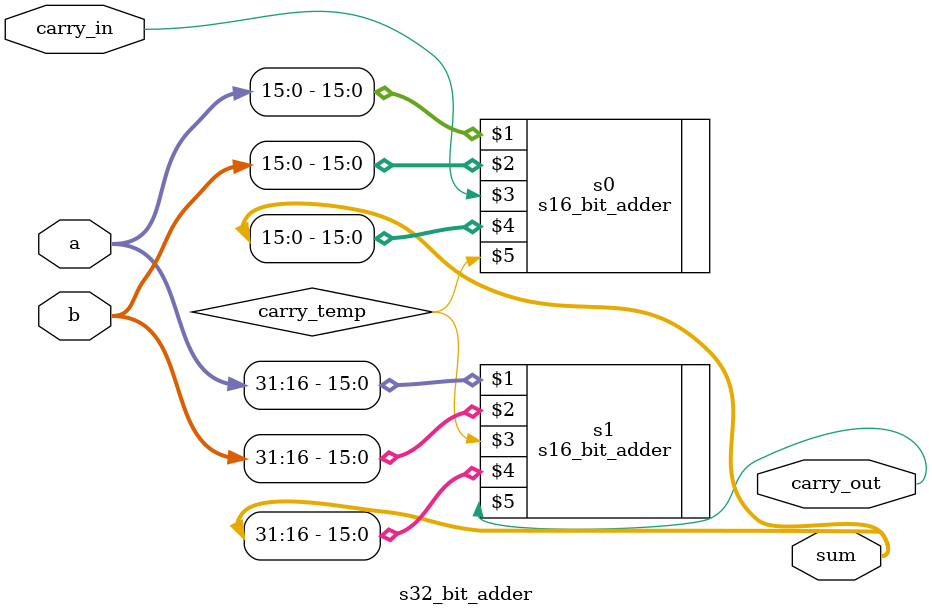
<source format=v>
`timescale 1ns / 1ps


/* 

    * Assignment - 3
    * Problem - 1.c
    * Semester - 5 (Autumn)
    * Group - 56
    * Group members - Utsav Mehta (20CS10069) and Vibhu (20CS10072)

*/

module s32_bit_adder (a, b, carry_in, sum, carry_out);

    // Inputs and Outputs
    input [31:0] a, b;
    input carry_in;
    output [31:0] sum;
    output carry_out;

    // Internal, Temporary Variables
    wire carry_temp;

    // Use two 16-bit RCAs to build a 32-bit RCAs
    s16_bit_adder s0 (a[15:0], b[15:0], carry_in, sum[15:0], carry_temp);
    s16_bit_adder s1 (a[31:16], b[31:16], carry_temp, sum[31:16], carry_out);

endmodule
</source>
